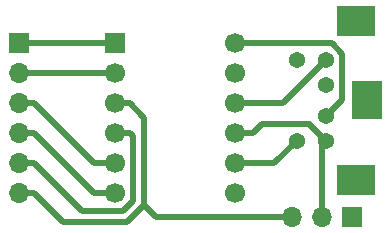
<source format=gbl>
%TF.GenerationSoftware,KiCad,Pcbnew,9.0.1*%
%TF.CreationDate,2025-04-06T22:03:23+09:00*%
%TF.ProjectId,ps2_pmod_levelshifter,7073325f-706d-46f6-945f-6c6576656c73,rev?*%
%TF.SameCoordinates,Original*%
%TF.FileFunction,Copper,L2,Bot*%
%TF.FilePolarity,Positive*%
%FSLAX46Y46*%
G04 Gerber Fmt 4.6, Leading zero omitted, Abs format (unit mm)*
G04 Created by KiCad (PCBNEW 9.0.1) date 2025-04-06 22:03:23*
%MOMM*%
%LPD*%
G01*
G04 APERTURE LIST*
%TA.AperFunction,ComponentPad*%
%ADD10C,1.371600*%
%TD*%
%TA.AperFunction,ComponentPad*%
%ADD11R,3.200000X2.600000*%
%TD*%
%TA.AperFunction,ComponentPad*%
%ADD12R,2.600000X3.200000*%
%TD*%
%TA.AperFunction,ComponentPad*%
%ADD13R,1.700000X1.700000*%
%TD*%
%TA.AperFunction,ComponentPad*%
%ADD14O,1.700000X1.700000*%
%TD*%
%TA.AperFunction,ComponentPad*%
%ADD15C,1.700000*%
%TD*%
%TA.AperFunction,Conductor*%
%ADD16C,0.500000*%
%TD*%
G04 APERTURE END LIST*
D10*
%TO.P,J1,1,Pin_1*%
%TO.N,/PS{slash}2_DATA*%
X156012000Y-91470000D03*
%TO.P,J1,2,Pin_2*%
%TO.N,/PS{slash}2_DATA-*%
X156012000Y-88870000D03*
%TO.P,J1,3,Pin_3*%
%TO.N,GND_5V*%
X156012000Y-93570000D03*
%TO.P,J1,4,Pin_4*%
%TO.N,VCC_5V*%
X156012000Y-86770000D03*
%TO.P,J1,5,Pin_5*%
%TO.N,/PS{slash}2_CLK*%
X153512000Y-93570000D03*
%TO.P,J1,6,Pin_6*%
%TO.N,/PS{slash}2_CLK-*%
X153512000Y-86770000D03*
D11*
%TO.P,J1,GND*%
%TO.N,N/C*%
X158512000Y-83420000D03*
D12*
X159512000Y-90170000D03*
D11*
X158512000Y-96920000D03*
%TD*%
D13*
%TO.P,J3,1,Pin_1*%
%TO.N,VCC_5V*%
X158242000Y-100076000D03*
D14*
%TO.P,J3,2,Pin_2*%
%TO.N,GND_5V*%
X155702000Y-100076000D03*
%TO.P,J3,3,Pin_3*%
%TO.N,VCC_3V3*%
X153162000Y-100076000D03*
%TD*%
D13*
%TO.P,J2,1,Pin_1*%
%TO.N,/PMOD_DATA*%
X130048000Y-85344000D03*
D14*
%TO.P,J2,2,Pin_2*%
%TO.N,/PMOD_DATA-*%
X130048000Y-87884000D03*
%TO.P,J2,3,Pin_3*%
%TO.N,/PMOD_CLK*%
X130048000Y-90424000D03*
%TO.P,J2,4,Pin_4*%
%TO.N,/PMOD_CLK-*%
X130048000Y-92964000D03*
%TO.P,J2,5,Pin_5*%
%TO.N,GND_3V3*%
X130048000Y-95504000D03*
%TO.P,J2,6,Pin_6*%
%TO.N,VCC_3V3*%
X130048000Y-98044000D03*
%TD*%
D13*
%TO.P,U1,1,LV1*%
%TO.N,/PMOD_DATA*%
X138176000Y-85344000D03*
D15*
%TO.P,U1,2,LV2*%
%TO.N,/PMOD_DATA-*%
X138176000Y-87884000D03*
%TO.P,U1,3,LV*%
%TO.N,VCC_3V3*%
X138176000Y-90424000D03*
%TO.P,U1,4,GND_1*%
%TO.N,GND_3V3*%
X138176000Y-92964000D03*
%TO.P,U1,5,LV3*%
%TO.N,/PMOD_CLK*%
X138176000Y-95504000D03*
%TO.P,U1,6,LV4*%
%TO.N,/PMOD_CLK-*%
X138176000Y-98044000D03*
%TO.P,U1,7,HV1*%
%TO.N,/PS{slash}2_DATA*%
X148336000Y-85344000D03*
%TO.P,U1,8,HV2*%
%TO.N,/PS{slash}2_DATA-*%
X148336000Y-87884000D03*
%TO.P,U1,9,HV*%
%TO.N,VCC_5V*%
X148336000Y-90424000D03*
%TO.P,U1,10,GND_2*%
%TO.N,GND_5V*%
X148336000Y-92964000D03*
%TO.P,U1,11,HV3*%
%TO.N,/PS{slash}2_CLK*%
X148336000Y-95504000D03*
%TO.P,U1,12,EL*%
%TO.N,/PS{slash}2_CLK-*%
X148336000Y-98044000D03*
%TD*%
D16*
%TO.N,VCC_5V*%
X148336000Y-90424000D02*
X152358000Y-90424000D01*
X152358000Y-90424000D02*
X156012000Y-86770000D01*
%TO.N,GND_5V*%
X154686000Y-92244000D02*
X156012000Y-93570000D01*
X155702000Y-93880000D02*
X155702000Y-100076000D01*
X149860000Y-92964000D02*
X150622000Y-92202000D01*
X156012000Y-93570000D02*
X155702000Y-93880000D01*
X150622000Y-92202000D02*
X154686000Y-92202000D01*
X154686000Y-92202000D02*
X154686000Y-92244000D01*
X148336000Y-92964000D02*
X149860000Y-92964000D01*
%TO.N,/PS{slash}2_DATA*%
X157360300Y-86211800D02*
X157360300Y-90121700D01*
X157360300Y-90121700D02*
X156012000Y-91470000D01*
X148336000Y-85344000D02*
X156492500Y-85344000D01*
X156492500Y-85344000D02*
X157360300Y-86211800D01*
%TO.N,/PS{slash}2_CLK*%
X151578000Y-95504000D02*
X153512000Y-93570000D01*
X148336000Y-95504000D02*
X151578000Y-95504000D01*
%TO.N,/PMOD_CLK*%
X131318000Y-90424000D02*
X136398000Y-95504000D01*
X136398000Y-95504000D02*
X138176000Y-95504000D01*
X130048000Y-90424000D02*
X131318000Y-90424000D01*
%TO.N,/PMOD_CLK-*%
X130048000Y-92964000D02*
X131318000Y-92964000D01*
X131318000Y-92964000D02*
X136398000Y-98044000D01*
X136398000Y-98044000D02*
X138176000Y-98044000D01*
%TO.N,VCC_3V3*%
X141615000Y-100076000D02*
X140578000Y-99038900D01*
X130048000Y-98044000D02*
X131318000Y-98044000D01*
X139171000Y-100446000D02*
X140578000Y-99038900D01*
X153162000Y-100076000D02*
X141615000Y-100076000D01*
X140578000Y-91623900D02*
X139378000Y-90424000D01*
X140578000Y-99038900D02*
X140578000Y-91623900D01*
X139378000Y-90424000D02*
X138176000Y-90424000D01*
X131318000Y-98044000D02*
X133720000Y-100446000D01*
X133720000Y-100446000D02*
X139171000Y-100446000D01*
%TO.N,/PMOD_DATA-*%
X130048000Y-87884000D02*
X138176000Y-87884000D01*
%TO.N,/PMOD_DATA*%
X130048000Y-85344000D02*
X138176000Y-85344000D01*
%TO.N,GND_3V3*%
X139677000Y-98665700D02*
X139677000Y-93195000D01*
X139677000Y-93195000D02*
X139446000Y-92964000D01*
X131318000Y-95504000D02*
X135359000Y-99545000D01*
X130048000Y-95504000D02*
X131318000Y-95504000D01*
X138798000Y-99545000D02*
X139677000Y-98665700D01*
X139446000Y-92964000D02*
X138176000Y-92964000D01*
X135359000Y-99545000D02*
X138798000Y-99545000D01*
%TD*%
M02*

</source>
